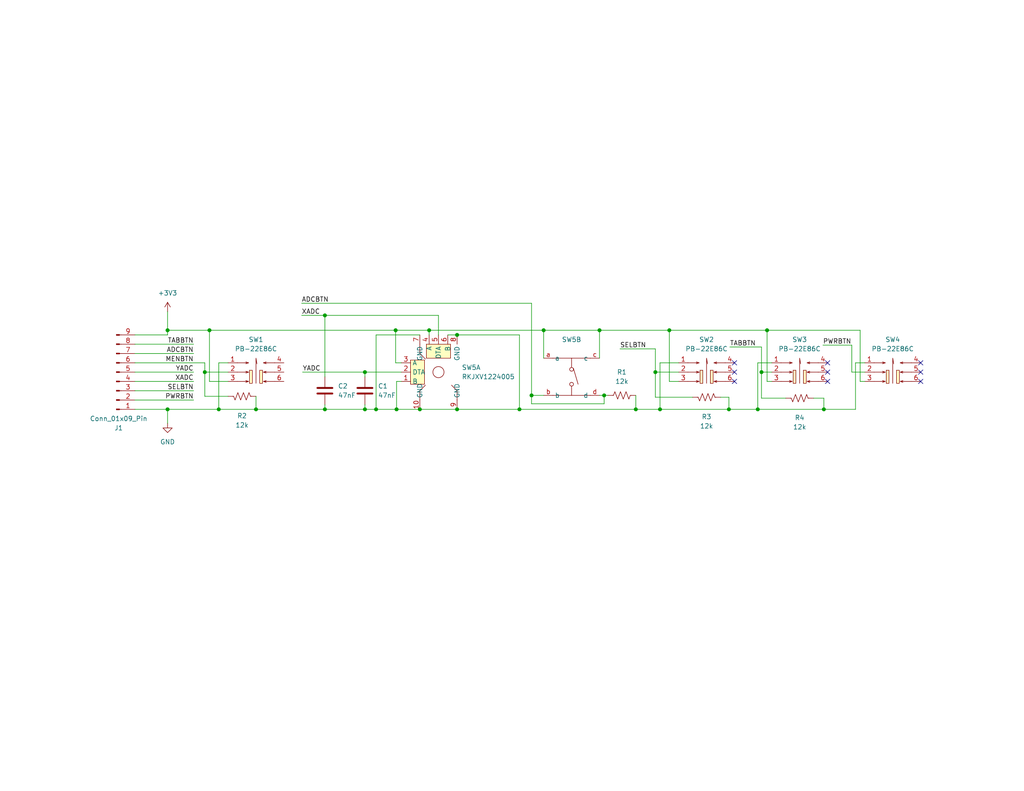
<source format=kicad_sch>
(kicad_sch (version 20230121) (generator eeschema)
  (paper "USLetter")
  (lib_symbols
    (symbol "Connector:Conn_01x09_Pin" (pin_names (offset 1.016) hide)
      (property "Reference" "J" (at 0 12.7 0))
      (property "Value" "Conn_01x09_Pin" (at 0 -12.7 0))
      (symbol "Conn_01x09_Pin_1_1"
        (polyline (pts (xy 1.27 -10.16) (xy 0.8636 -10.16)) (stroke (width 0.1524)))
        (polyline (pts (xy 1.27 -7.62) (xy 0.8636 -7.62)) (stroke (width 0.1524)))
        (polyline (pts (xy 1.27 -5.08) (xy 0.8636 -5.08)) (stroke (width 0.1524)))
        (polyline (pts (xy 1.27 -2.54) (xy 0.8636 -2.54)) (stroke (width 0.1524)))
        (polyline (pts (xy 1.27 0) (xy 0.8636 0)) (stroke (width 0.1524)))
        (polyline (pts (xy 1.27 2.54) (xy 0.8636 2.54)) (stroke (width 0.1524)))
        (polyline (pts (xy 1.27 5.08) (xy 0.8636 5.08)) (stroke (width 0.1524)))
        (polyline (pts (xy 1.27 7.62) (xy 0.8636 7.62)) (stroke (width 0.1524)))
        (polyline (pts (xy 1.27 10.16) (xy 0.8636 10.16)) (stroke (width 0.1524)))
        (rectangle (start 0.8636 -10.033) (end 0 -10.287) (stroke (width 0.1524)) (fill (type outline)))
        (rectangle (start 0.8636 -7.493) (end 0 -7.747) (stroke (width 0.1524)) (fill (type outline)))
        (rectangle (start 0.8636 -4.953) (end 0 -5.207) (stroke (width 0.1524)) (fill (type outline)))
        (rectangle (start 0.8636 -2.413) (end 0 -2.667) (stroke (width 0.1524)) (fill (type outline)))
        (rectangle (start 0.8636 0.127) (end 0 -0.127) (stroke (width 0.1524)) (fill (type outline)))
        (rectangle (start 0.8636 2.667) (end 0 2.413) (stroke (width 0.1524)) (fill (type outline)))
        (rectangle (start 0.8636 5.207) (end 0 4.953) (stroke (width 0.1524)) (fill (type outline)))
        (rectangle (start 0.8636 7.747) (end 0 7.493) (stroke (width 0.1524)) (fill (type outline)))
        (rectangle (start 0.8636 10.287) (end 0 10.033) (stroke (width 0.1524)) (fill (type outline)))
        (pin passive line (at 5.08 10.16 180) (length 3.81) (name "Pin_1") (number "1"))
        (pin passive line (at 5.08 7.62 180) (length 3.81) (name "Pin_2") (number "2"))
        (pin passive line (at 5.08 5.08 180) (length 3.81) (name "Pin_3") (number "3"))
        (pin passive line (at 5.08 2.54 180) (length 3.81) (name "Pin_4") (number "4"))
        (pin passive line (at 5.08 0 180) (length 3.81) (name "Pin_5") (number "5"))
        (pin passive line (at 5.08 -2.54 180) (length 3.81) (name "Pin_6") (number "6"))
        (pin passive line (at 5.08 -5.08 180) (length 3.81) (name "Pin_7") (number "7"))
        (pin passive line (at 5.08 -7.62 180) (length 3.81) (name "Pin_8") (number "8"))
        (pin passive line (at 5.08 -10.16 180) (length 3.81) (name "Pin_9") (number "9"))
      )
    )
    (symbol "Device:C" (pin_numbers hide) (pin_names (offset 0.254))
      (property "Reference" "C" (at 0.635 2.54 0))
      (property "Value" "C" (at 0.635 -2.54 0))
      (symbol "C_0_1"
        (polyline (pts (xy -2.032 -0.762) (xy 2.032 -0.762)) (stroke (width 0.508)))
        (polyline (pts (xy -2.032 0.762) (xy 2.032 0.762)) (stroke (width 0.508)))
      )
      (symbol "C_1_1"
        (pin passive line (at 0 3.81 270) (length 2.794) (name "~") (number "1"))
        (pin passive line (at 0 -3.81 90) (length 2.794) (name "~") (number "2"))
      )
    )
    (symbol "Device:R_US" (pin_numbers hide) (pin_names (offset 0))
      (property "Reference" "R" (at 2.54 0 90))
      (property "Value" "R_US" (at -2.54 0 90))
      (symbol "R_US_0_1"
        (polyline (pts (xy 0 -2.286) (xy 0 -2.54)))
        (polyline (pts (xy 0 2.286) (xy 0 2.54)))
        (polyline (pts (xy 0 -0.762) (xy 1.016 -1.143) (xy 0 -1.524) (xy -1.016 -1.905) (xy 0 -2.286)))
        (polyline (pts (xy 0 0.762) (xy 1.016 0.381) (xy 0 0) (xy -1.016 -0.381) (xy 0 -0.762)))
        (polyline (pts (xy 0 2.286) (xy 1.016 1.905) (xy 0 1.524) (xy -1.016 1.143) (xy 0 0.762)))
      )
      (symbol "R_US_1_1"
        (pin passive line (at 0 3.81 270) (length 1.27) (name "~") (number "1"))
        (pin passive line (at 0 -3.81 90) (length 1.27) (name "~") (number "2"))
      )
    )
    (symbol "LCSC:PB-22E86C"
      (property "Reference" "SW" (at 0 6.35 0))
      (property "Value" "PB-22E86C" (at 0 -6.35 0))
      (symbol "PB-22E86C_0_1"
        (rectangle (start -1.78 0.51) (end -1.02 -3.05) (fill (type background)))
        (polyline (pts (xy -2.03 -2.54) (xy -2.79 -2.8)))
        (polyline (pts (xy -2.03 0) (xy -2.79 -0.26)))
        (polyline (pts (xy -2.03 2.54) (xy -2.79 2.28)))
        (polyline (pts (xy 2.03 -2.54) (xy 2.79 -2.8)))
        (polyline (pts (xy 2.03 0) (xy 2.79 -0.26)))
        (polyline (pts (xy 2.03 2.54) (xy 2.79 2.28)))
        (polyline (pts (xy -5.08 -2.54) (xy -2.03 -2.54) (xy -2.79 -2.29)))
        (polyline (pts (xy -5.08 0) (xy -2.03 0) (xy -2.79 0.25)))
        (polyline (pts (xy -5.08 2.54) (xy -2.03 2.54) (xy -2.79 2.79)))
        (polyline (pts (xy 0 -3.05) (xy 0 3.81) (xy 0.25 2.28)))
        (polyline (pts (xy 5.08 -2.54) (xy 2.03 -2.54) (xy 2.79 -2.29)))
        (polyline (pts (xy 5.08 0) (xy 2.03 0) (xy 2.79 0.25)))
        (polyline (pts (xy 5.08 2.54) (xy 2.03 2.54) (xy 2.79 2.79)))
        (rectangle (start 1.02 0.51) (end 1.78 -3.05) (fill (type background)))
      )
      (symbol "PB-22E86C_1_1"
        (pin unspecified line (at -7.62 2.54 0) (length 2.54) (name "") (number "1"))
        (pin unspecified line (at -7.62 0 0) (length 2.54) (name "") (number "2"))
        (pin unspecified line (at -7.62 -2.54 0) (length 2.54) (name "") (number "3"))
        (pin unspecified line (at 7.62 2.54 180) (length 2.54) (name "") (number "4"))
        (pin unspecified line (at 7.62 0 180) (length 2.54) (name "") (number "5"))
        (pin unspecified line (at 7.62 -2.54 180) (length 2.54) (name "") (number "6"))
      )
    )
    (symbol "LCSC:RKJXV1224005"
      (property "Reference" "SW" (at 0 21.59 0))
      (property "Value" "RKJXV1224005" (at 0 -7.62 0))
      (symbol "RKJXV1224005_1_1"
        (rectangle (start -6.35 9.65) (end -2.54 3.05) (fill (type background)))
        (rectangle (start -2.03 13.97) (end 4.57 10.16) (fill (type background)))
        (polyline (pts (xy -3.81 11.43) (xy -3.81 13.97)))
        (polyline (pts (xy -3.81 11.43) (xy -2.29 9.91)))
        (polyline (pts (xy -3.81 -1.27) (xy -3.81 1.27) (xy -2.29 2.79)))
        (polyline (pts (xy 6.35 -1.27) (xy 6.35 1.27) (xy 4.83 2.79)))
        (circle (center 1.27 6.35) (radius 1.52))
        (pin unspecified line (at -8.89 3.81 0) (length 2.54) (name "B") (number "1"))
        (pin unspecified line (at -3.81 -3.81 90) (length 2.54) (name "GND") (number "10"))
        (pin unspecified line (at -8.89 6.35 0) (length 2.54) (name "DTA") (number "2"))
        (pin unspecified line (at -8.89 8.89 0) (length 2.54) (name "A") (number "3"))
        (pin unspecified line (at -1.27 16.51 270) (length 2.54) (name "A") (number "4"))
        (pin unspecified line (at 1.27 16.51 270) (length 2.54) (name "DTA") (number "5"))
        (pin unspecified line (at 3.81 16.51 270) (length 2.54) (name "B") (number "6"))
        (pin unspecified line (at -3.81 16.51 270) (length 2.54) (name "GND") (number "7"))
        (pin unspecified line (at 6.35 16.51 270) (length 2.54) (name "GND") (number "8"))
        (pin unspecified line (at 6.35 -3.81 90) (length 2.54) (name "GND") (number "9"))
      )
      (symbol "RKJXV1224005_2_1"
        (circle (center 0 -2.03) (radius 0.51))
        (polyline (pts (xy -5.08 -5.08) (xy 5.08 -5.08)))
        (polyline (pts (xy -5.08 5.08) (xy 5.08 5.08)))
        (polyline (pts (xy 0 -5.08) (xy 0 -2.54)))
        (polyline (pts (xy 0 5.08) (xy 0 2.54)))
        (polyline (pts (xy 0.51 2.29) (xy 1.78 -2.03)))
        (circle (center 0 2.03) (radius 0.51))
        (pin unspecified line (at -7.62 5.08 0) (length 2.54) (name "a") (number "a"))
        (pin unspecified line (at -7.62 -5.08 0) (length 2.54) (name "b") (number "b"))
        (pin unspecified line (at 7.62 5.08 180) (length 2.54) (name "c") (number "c"))
        (pin unspecified line (at 7.62 -5.08 180) (length 2.54) (name "d") (number "d"))
      )
    )
    (symbol "power:+3V3" (power) (pin_names (offset 0))
      (property "Value" "+3V3" (at 0 3.556 0))
      (symbol "+3V3_0_1"
        (polyline (pts (xy -0.762 1.27) (xy 0 2.54)))
        (polyline (pts (xy 0 0) (xy 0 2.54)))
        (polyline (pts (xy 0 2.54) (xy 0.762 1.27)))
      )
      (symbol "+3V3_1_1"
        (pin power_in line (at 0 0 90) (length 0) hide (name "+3V3") (number "1"))
      )
    )
    (symbol "power:GND" (power) (pin_names (offset 0))
      (property "Value" "GND" (at 0 -3.81 0))
      (symbol "GND_0_1"
        (polyline (pts (xy 0 0) (xy 0 -1.27) (xy 1.27 -1.27) (xy 0 -2.54) (xy -1.27 -1.27) (xy 0 -1.27)))
      )
      (symbol "GND_1_1"
        (pin power_in line (at 0 0 270) (length 0) hide (name "GND") (number "1"))
      )
    )
  )
  (junction (at 164.846 107.95))
  (junction (at 124.714 111.76))
  (junction (at 57.15 90.17))
  (junction (at 99.568 101.6))
  (junction (at 163.576 90.17))
  (junction (at 141.732 111.76))
  (junction (at 198.882 111.76))
  (junction (at 45.72 90.17))
  (junction (at 178.816 101.6))
  (junction (at 182.626 90.17))
  (junction (at 88.646 111.76))
  (junction (at 114.554 111.76))
  (junction (at 124.714 91.44))
  (junction (at 45.72 111.76))
  (junction (at 55.88 101.6))
  (junction (at 59.69 111.76))
  (junction (at 145.034 107.95))
  (junction (at 69.85 111.76))
  (junction (at 173.482 111.76))
  (junction (at 99.568 111.76))
  (junction (at 102.616 111.76))
  (junction (at 209.296 90.17))
  (junction (at 207.772 101.6))
  (junction (at 108.204 111.76))
  (junction (at 88.646 86.106))
  (junction (at 107.95 90.17))
  (junction (at 224.79 111.76))
  (junction (at 180.086 111.76))
  (junction (at 206.756 111.76))
  (junction (at 148.336 90.17))
  (junction (at 117.094 90.17))
  (no_connect (at 225.806 104.14))
  (no_connect (at 251.206 104.14))
  (no_connect (at 200.406 99.06))
  (no_connect (at 225.806 99.06))
  (no_connect (at 225.806 101.6))
  (no_connect (at 251.206 99.06))
  (no_connect (at 251.206 101.6))
  (no_connect (at 200.406 104.14))
  (no_connect (at 200.406 101.6))
  (wire (pts (xy 198.882 111.76) (xy 206.756 111.76)))
  (wire (pts (xy 62.23 101.6) (xy 55.88 101.6)))
  (wire (pts (xy 45.72 115.57) (xy 45.72 111.76)))
  (wire (pts (xy 180.086 111.76) (xy 198.882 111.76)))
  (wire (pts (xy 232.41 101.6) (xy 232.41 94.234)))
  (wire (pts (xy 232.41 101.6) (xy 235.966 101.6)))
  (wire (pts (xy 124.714 111.76) (xy 141.732 111.76)))
  (wire (pts (xy 55.88 101.6) (xy 55.88 99.06)))
  (wire (pts (xy 224.536 94.234) (xy 232.41 94.234)))
  (wire (pts (xy 163.576 90.17) (xy 182.626 90.17)))
  (wire (pts (xy 182.626 90.17) (xy 182.626 104.14)))
  (wire (pts (xy 114.554 91.44) (xy 102.616 91.44)))
  (wire (pts (xy 124.714 91.44) (xy 141.732 91.44)))
  (wire (pts (xy 36.83 109.22) (xy 52.832 109.22)))
  (wire (pts (xy 36.83 104.14) (xy 52.832 104.14)))
  (wire (pts (xy 108.204 104.14) (xy 108.204 111.76)))
  (wire (pts (xy 180.086 99.06) (xy 180.086 111.76)))
  (wire (pts (xy 122.174 91.44) (xy 124.714 91.44)))
  (wire (pts (xy 185.166 99.06) (xy 180.086 99.06)))
  (wire (pts (xy 45.72 90.17) (xy 57.15 90.17)))
  (wire (pts (xy 45.72 91.44) (xy 45.72 90.17)))
  (wire (pts (xy 114.554 111.76) (xy 124.714 111.76)))
  (wire (pts (xy 207.772 108.712) (xy 207.772 101.6)))
  (wire (pts (xy 36.83 91.44) (xy 45.72 91.44)))
  (wire (pts (xy 163.576 107.95) (xy 164.846 107.95)))
  (wire (pts (xy 145.034 82.804) (xy 145.034 107.95)))
  (wire (pts (xy 82.296 86.106) (xy 88.646 86.106)))
  (wire (pts (xy 45.72 90.17) (xy 45.72 85.09)))
  (wire (pts (xy 233.426 111.76) (xy 233.426 99.06)))
  (wire (pts (xy 57.15 90.17) (xy 107.95 90.17)))
  (wire (pts (xy 117.094 90.17) (xy 117.094 91.44)))
  (wire (pts (xy 196.596 108.458) (xy 198.882 108.458)))
  (wire (pts (xy 36.83 96.52) (xy 52.832 96.52)))
  (wire (pts (xy 107.95 90.17) (xy 117.094 90.17)))
  (wire (pts (xy 88.646 110.49) (xy 88.646 111.76)))
  (wire (pts (xy 62.23 99.06) (xy 59.69 99.06)))
  (wire (pts (xy 57.15 90.17) (xy 57.15 104.14)))
  (wire (pts (xy 102.616 91.44) (xy 102.616 111.76)))
  (wire (pts (xy 102.616 111.76) (xy 108.204 111.76)))
  (wire (pts (xy 163.576 90.17) (xy 163.576 97.79)))
  (wire (pts (xy 178.816 108.458) (xy 188.976 108.458)))
  (wire (pts (xy 59.69 99.06) (xy 59.69 111.76)))
  (wire (pts (xy 69.85 108.204) (xy 69.85 111.76)))
  (wire (pts (xy 145.034 107.95) (xy 148.336 107.95)))
  (wire (pts (xy 141.732 91.44) (xy 141.732 111.76)))
  (wire (pts (xy 57.15 104.14) (xy 62.23 104.14)))
  (wire (pts (xy 224.79 111.76) (xy 233.426 111.76)))
  (wire (pts (xy 209.296 90.17) (xy 234.696 90.17)))
  (wire (pts (xy 119.634 91.44) (xy 119.634 86.106)))
  (wire (pts (xy 36.83 99.06) (xy 55.88 99.06)))
  (wire (pts (xy 185.166 101.6) (xy 178.816 101.6)))
  (wire (pts (xy 141.732 111.76) (xy 173.482 111.76)))
  (wire (pts (xy 69.85 111.76) (xy 88.646 111.76)))
  (wire (pts (xy 178.816 101.6) (xy 178.816 108.458)))
  (wire (pts (xy 59.69 111.76) (xy 69.85 111.76)))
  (wire (pts (xy 233.426 99.06) (xy 235.966 99.06)))
  (wire (pts (xy 173.482 107.95) (xy 173.482 111.76)))
  (wire (pts (xy 164.846 110.236) (xy 164.846 107.95)))
  (wire (pts (xy 145.034 110.236) (xy 164.846 110.236)))
  (wire (pts (xy 45.72 111.76) (xy 59.69 111.76)))
  (wire (pts (xy 206.756 99.06) (xy 206.756 111.76)))
  (wire (pts (xy 82.55 101.6) (xy 99.568 101.6)))
  (wire (pts (xy 148.336 90.17) (xy 163.576 90.17)))
  (wire (pts (xy 164.846 107.95) (xy 165.862 107.95)))
  (wire (pts (xy 206.756 111.76) (xy 224.79 111.76)))
  (wire (pts (xy 207.772 101.6) (xy 207.772 94.742)))
  (wire (pts (xy 148.336 97.79) (xy 148.336 90.17)))
  (wire (pts (xy 224.79 108.712) (xy 224.79 111.76)))
  (wire (pts (xy 173.482 111.76) (xy 180.086 111.76)))
  (wire (pts (xy 198.882 108.458) (xy 198.882 111.76)))
  (wire (pts (xy 99.568 101.6) (xy 99.568 102.87)))
  (wire (pts (xy 178.816 101.6) (xy 178.816 95.25)))
  (wire (pts (xy 99.568 111.76) (xy 102.616 111.76)))
  (wire (pts (xy 82.296 82.804) (xy 145.034 82.804)))
  (wire (pts (xy 199.136 94.742) (xy 207.772 94.742)))
  (wire (pts (xy 109.474 104.14) (xy 108.204 104.14)))
  (wire (pts (xy 169.164 95.25) (xy 178.816 95.25)))
  (wire (pts (xy 182.626 90.17) (xy 209.296 90.17)))
  (wire (pts (xy 145.034 107.95) (xy 145.034 110.236)))
  (wire (pts (xy 109.474 99.06) (xy 107.95 99.06)))
  (wire (pts (xy 182.626 104.14) (xy 185.166 104.14)))
  (wire (pts (xy 99.568 110.49) (xy 99.568 111.76)))
  (wire (pts (xy 209.296 90.17) (xy 209.296 104.14)))
  (wire (pts (xy 88.646 111.76) (xy 99.568 111.76)))
  (wire (pts (xy 117.094 90.17) (xy 148.336 90.17)))
  (wire (pts (xy 207.772 101.6) (xy 210.566 101.6)))
  (wire (pts (xy 210.566 99.06) (xy 206.756 99.06)))
  (wire (pts (xy 36.83 101.6) (xy 52.832 101.6)))
  (wire (pts (xy 99.568 101.6) (xy 109.474 101.6)))
  (wire (pts (xy 108.204 111.76) (xy 114.554 111.76)))
  (wire (pts (xy 235.966 104.14) (xy 234.696 104.14)))
  (wire (pts (xy 88.646 86.106) (xy 88.646 102.87)))
  (wire (pts (xy 88.646 86.106) (xy 119.634 86.106)))
  (wire (pts (xy 214.376 108.712) (xy 207.772 108.712)))
  (wire (pts (xy 55.88 108.204) (xy 62.23 108.204)))
  (wire (pts (xy 45.72 111.76) (xy 36.83 111.76)))
  (wire (pts (xy 36.83 93.98) (xy 52.832 93.98)))
  (wire (pts (xy 221.996 108.712) (xy 224.79 108.712)))
  (wire (pts (xy 209.296 104.14) (xy 210.566 104.14)))
  (wire (pts (xy 234.696 104.14) (xy 234.696 90.17)))
  (wire (pts (xy 36.83 106.68) (xy 52.832 106.68)))
  (wire (pts (xy 55.88 101.6) (xy 55.88 108.204)))
  (wire (pts (xy 107.95 99.06) (xy 107.95 90.17)))
  (label "XADC" (at 82.296 86.106 0))
  (label "YADC" (at 52.832 101.6 180))
  (label "YADC" (at 82.55 101.6 0))
  (label "TABBTN" (at 52.832 93.98 180))
  (label "MENBTN" (at 52.832 99.06 180))
  (label "ADCBTN" (at 82.296 82.804 0))
  (label "PWRBTN" (at 52.832 109.22 180))
  (label "TABBTN" (at 199.136 94.742 0))
  (label "PWRBTN" (at 224.536 94.234 0))
  (label "SELBTN" (at 52.832 106.68 180))
  (label "SELBTN" (at 169.164 95.25 0))
  (label "ADCBTN" (at 52.832 96.52 180))
  (label "XADC" (at 52.832 104.14 180))
  (symbol (lib_id "Connector:Conn_01x09_Pin") (at 31.75 101.6 0) (mirror x) (unit 1)
    (property "Reference" "J1" (at 32.385 116.84 0))
    (property "Value" "Conn_01x09_Pin" (at 32.385 114.3 0))
    (property "Footprint" "Connector_PinHeader_2.54mm:PinHeader_1x09_P2.54mm_Horizontal" (effects hide))
  )
  (symbol (lib_id "power:+3V3") (at 45.72 85.09 0) (unit 1)
    (property "Reference" "#PWR01" (effects hide))
    (property "Value" "+3V3" (at 45.72 80.01 0))
  )
  (symbol (lib_id "LCSC:PB-22E86C") (at 218.186 101.6 0) (unit 1)
    (property "Reference" "SW3" (at 218.186 92.71 0))
    (property "Value" "PB-22E86C" (at 218.186 95.25 0))
    (property "Footprint" "easyeda2kicad:SW-TH_6P-L8.45-W8.45-P2.50-LS5.5-BL" (effects hide))
    (property "LCSC Part" "C2848957" (effects hide))
  )
  (symbol (lib_id "Device:C") (at 88.646 106.68 0) (unit 1)
    (property "Reference" "C2" (at 92.202 105.41 0) (effects (justify left)))
    (property "Value" "47nF" (at 92.202 107.95 0) (effects (justify left)))
    (property "Footprint" "Capacitor_SMD:C_0603_1608Metric" (effects hide))
    (property "LCSC Part" "C1622" (effects hide))
  )
  (symbol (lib_id "LCSC:PB-22E86C") (at 243.586 101.6 0) (unit 1)
    (property "Reference" "SW4" (at 243.586 92.71 0))
    (property "Value" "PB-22E86C" (at 243.586 95.25 0))
    (property "Footprint" "easyeda2kicad:SW-TH_6P-L8.45-W8.45-P2.50-LS5.5-BL" (effects hide))
    (property "LCSC Part" "C2848957" (effects hide))
  )
  (symbol (lib_id "LCSC:RKJXV1224005") (at 155.956 102.87 0) (unit 2)
    (property "Reference" "SW5" (at 155.956 92.71 0))
    (property "Value" "RKJXV1224005" (effects hide))
    (property "Footprint" "easyeda2kicad:SW-TH_RKJXV1224005" (effects hide))
    (property "Datasheet" "https://lcsc.com/product-detail/5-way-Tactile-Switchs_ALPS_RKJXV1224005_RKJXV1224005_C146170.html" (effects hide))
    (property "LCSC Part" "C146170" (effects hide))
  )
  (symbol (lib_id "LCSC:PB-22E86C") (at 192.786 101.6 0) (unit 1)
    (property "Reference" "SW2" (at 192.786 92.71 0))
    (property "Value" "PB-22E86C" (at 192.786 95.25 0))
    (property "Footprint" "easyeda2kicad:SW-TH_6P-L8.45-W8.45-P2.50-LS5.5-BL" (effects hide))
    (property "LCSC Part" "C2848957" (effects hide))
  )
  (symbol (lib_id "Device:R_US") (at 218.186 108.712 270) (mirror x) (unit 1)
    (property "Reference" "R4" (at 218.186 114.046 90))
    (property "Value" "12k" (at 218.186 116.586 90))
    (property "Footprint" "Resistor_SMD:R_0402_1005Metric" (effects hide))
    (property "LCSC Part" "C25752" (effects hide))
  )
  (symbol (lib_id "LCSC:PB-22E86C") (at 69.85 101.6 0) (unit 1)
    (property "Reference" "SW1" (at 69.85 92.71 0))
    (property "Value" "PB-22E86C" (at 69.85 95.25 0))
    (property "Footprint" "easyeda2kicad:SW-TH_6P-L8.45-W8.45-P2.50-LS5.5-BL" (effects hide))
    (property "LCSC Part" "C2848957" (effects hide))
  )
  (symbol (lib_id "Device:R_US") (at 169.672 107.95 90) (unit 1)
    (property "Reference" "R1" (at 169.672 101.6 90))
    (property "Value" "12k" (at 169.672 104.14 90))
    (property "Footprint" "Resistor_SMD:R_0402_1005Metric" (effects hide))
    (property "LCSC Part" "C25752" (effects hide))
  )
  (symbol (lib_id "Device:C") (at 99.568 106.68 0) (unit 1)
    (property "Reference" "C1" (at 103.124 105.41 0) (effects (justify left)))
    (property "Value" "47nF" (at 103.124 107.95 0) (effects (justify left)))
    (property "Footprint" "Capacitor_SMD:C_0603_1608Metric" (effects hide))
    (property "LCSC Part" "C1622" (effects hide))
  )
  (symbol (lib_id "Device:R_US") (at 66.04 108.204 270) (mirror x) (unit 1)
    (property "Reference" "R2" (at 66.04 113.538 90))
    (property "Value" "12k" (at 66.04 116.078 90))
    (property "Footprint" "Resistor_SMD:R_0402_1005Metric" (effects hide))
    (property "LCSC Part" "C25752" (effects hide))
  )
  (symbol (lib_id "Device:R_US") (at 192.786 108.458 270) (mirror x) (unit 1)
    (property "Reference" "R3" (at 192.786 113.792 90))
    (property "Value" "12k" (at 192.786 116.332 90))
    (property "Footprint" "Resistor_SMD:R_0402_1005Metric" (effects hide))
    (property "LCSC Part" "C25752" (effects hide))
  )
  (symbol (lib_id "power:GND") (at 45.72 115.57 0) (unit 1)
    (property "Reference" "#PWR03" (effects hide))
    (property "Value" "GND" (at 45.72 120.65 0))
  )
  (symbol (lib_id "LCSC:RKJXV1224005") (at 118.364 107.95 0) (unit 1)
    (property "Reference" "SW5" (at 125.984 100.33 0) (effects (justify left)))
    (property "Value" "RKJXV1224005" (at 125.984 102.87 0) (effects (justify left)))
    (property "Footprint" "easyeda2kicad:SW-TH_RKJXV1224005" (effects hide))
    (property "Datasheet" "https://lcsc.com/product-detail/5-way-Tactile-Switchs_ALPS_RKJXV1224005_RKJXV1224005_C146170.html" (effects hide))
    (property "LCSC Part" "C146170" (effects hide))
  )
)
</source>
